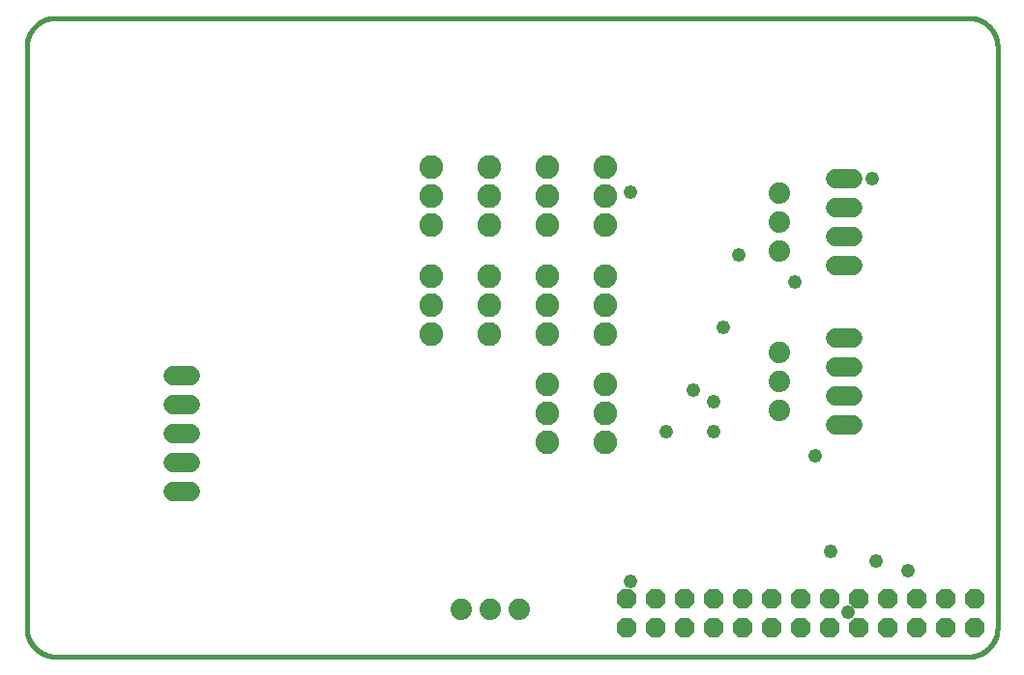
<source format=gbs>
G75*
%MOIN*%
%OFA0B0*%
%FSLAX25Y25*%
%IPPOS*%
%LPD*%
%AMOC8*
5,1,8,0,0,1.08239X$1,22.5*
%
%ADD10C,0.01600*%
%ADD11C,0.08200*%
%ADD12C,0.07400*%
%ADD13C,0.06800*%
%ADD14OC8,0.06800*%
%ADD15C,0.04800*%
D10*
X0016500Y0004000D02*
X0331146Y0004000D01*
X0331388Y0004003D01*
X0331629Y0004012D01*
X0331870Y0004026D01*
X0332111Y0004047D01*
X0332351Y0004073D01*
X0332591Y0004105D01*
X0332830Y0004143D01*
X0333067Y0004186D01*
X0333304Y0004236D01*
X0333539Y0004291D01*
X0333773Y0004351D01*
X0334005Y0004418D01*
X0334236Y0004489D01*
X0334465Y0004567D01*
X0334692Y0004650D01*
X0334917Y0004738D01*
X0335140Y0004832D01*
X0335360Y0004931D01*
X0335578Y0005036D01*
X0335793Y0005145D01*
X0336006Y0005260D01*
X0336216Y0005380D01*
X0336422Y0005505D01*
X0336626Y0005635D01*
X0336827Y0005770D01*
X0337024Y0005910D01*
X0337218Y0006054D01*
X0337408Y0006203D01*
X0337594Y0006357D01*
X0337777Y0006515D01*
X0337956Y0006677D01*
X0338131Y0006844D01*
X0338302Y0007015D01*
X0338469Y0007190D01*
X0338631Y0007369D01*
X0338789Y0007552D01*
X0338943Y0007738D01*
X0339092Y0007928D01*
X0339236Y0008122D01*
X0339376Y0008319D01*
X0339511Y0008520D01*
X0339641Y0008724D01*
X0339766Y0008930D01*
X0339886Y0009140D01*
X0340001Y0009353D01*
X0340110Y0009568D01*
X0340215Y0009786D01*
X0340314Y0010006D01*
X0340408Y0010229D01*
X0340496Y0010454D01*
X0340579Y0010681D01*
X0340657Y0010910D01*
X0340728Y0011141D01*
X0340795Y0011373D01*
X0340855Y0011607D01*
X0340910Y0011842D01*
X0340960Y0012079D01*
X0341003Y0012316D01*
X0341041Y0012555D01*
X0341073Y0012795D01*
X0341099Y0013035D01*
X0341120Y0013276D01*
X0341134Y0013517D01*
X0341143Y0013758D01*
X0341146Y0014000D01*
X0341146Y0214472D01*
X0341143Y0214714D01*
X0341134Y0214955D01*
X0341120Y0215196D01*
X0341099Y0215437D01*
X0341073Y0215677D01*
X0341041Y0215917D01*
X0341003Y0216156D01*
X0340960Y0216393D01*
X0340910Y0216630D01*
X0340855Y0216865D01*
X0340795Y0217099D01*
X0340728Y0217331D01*
X0340657Y0217562D01*
X0340579Y0217791D01*
X0340496Y0218018D01*
X0340408Y0218243D01*
X0340314Y0218466D01*
X0340215Y0218686D01*
X0340110Y0218904D01*
X0340001Y0219119D01*
X0339886Y0219332D01*
X0339766Y0219542D01*
X0339641Y0219748D01*
X0339511Y0219952D01*
X0339376Y0220153D01*
X0339236Y0220350D01*
X0339092Y0220544D01*
X0338943Y0220734D01*
X0338789Y0220920D01*
X0338631Y0221103D01*
X0338469Y0221282D01*
X0338302Y0221457D01*
X0338131Y0221628D01*
X0337956Y0221795D01*
X0337777Y0221957D01*
X0337594Y0222115D01*
X0337408Y0222269D01*
X0337218Y0222418D01*
X0337024Y0222562D01*
X0336827Y0222702D01*
X0336626Y0222837D01*
X0336422Y0222967D01*
X0336216Y0223092D01*
X0336006Y0223212D01*
X0335793Y0223327D01*
X0335578Y0223436D01*
X0335360Y0223541D01*
X0335140Y0223640D01*
X0334917Y0223734D01*
X0334692Y0223822D01*
X0334465Y0223905D01*
X0334236Y0223983D01*
X0334005Y0224054D01*
X0333773Y0224121D01*
X0333539Y0224181D01*
X0333304Y0224236D01*
X0333067Y0224286D01*
X0332830Y0224329D01*
X0332591Y0224367D01*
X0332351Y0224399D01*
X0332111Y0224425D01*
X0331870Y0224446D01*
X0331629Y0224460D01*
X0331388Y0224469D01*
X0331146Y0224472D01*
X0016500Y0224472D01*
X0016258Y0224469D01*
X0016017Y0224460D01*
X0015776Y0224446D01*
X0015535Y0224425D01*
X0015295Y0224399D01*
X0015055Y0224367D01*
X0014816Y0224329D01*
X0014579Y0224286D01*
X0014342Y0224236D01*
X0014107Y0224181D01*
X0013873Y0224121D01*
X0013641Y0224054D01*
X0013410Y0223983D01*
X0013181Y0223905D01*
X0012954Y0223822D01*
X0012729Y0223734D01*
X0012506Y0223640D01*
X0012286Y0223541D01*
X0012068Y0223436D01*
X0011853Y0223327D01*
X0011640Y0223212D01*
X0011430Y0223092D01*
X0011224Y0222967D01*
X0011020Y0222837D01*
X0010819Y0222702D01*
X0010622Y0222562D01*
X0010428Y0222418D01*
X0010238Y0222269D01*
X0010052Y0222115D01*
X0009869Y0221957D01*
X0009690Y0221795D01*
X0009515Y0221628D01*
X0009344Y0221457D01*
X0009177Y0221282D01*
X0009015Y0221103D01*
X0008857Y0220920D01*
X0008703Y0220734D01*
X0008554Y0220544D01*
X0008410Y0220350D01*
X0008270Y0220153D01*
X0008135Y0219952D01*
X0008005Y0219748D01*
X0007880Y0219542D01*
X0007760Y0219332D01*
X0007645Y0219119D01*
X0007536Y0218904D01*
X0007431Y0218686D01*
X0007332Y0218466D01*
X0007238Y0218243D01*
X0007150Y0218018D01*
X0007067Y0217791D01*
X0006989Y0217562D01*
X0006918Y0217331D01*
X0006851Y0217099D01*
X0006791Y0216865D01*
X0006736Y0216630D01*
X0006686Y0216393D01*
X0006643Y0216156D01*
X0006605Y0215917D01*
X0006573Y0215677D01*
X0006547Y0215437D01*
X0006526Y0215196D01*
X0006512Y0214955D01*
X0006503Y0214714D01*
X0006500Y0214472D01*
X0006500Y0014000D01*
X0006503Y0013758D01*
X0006512Y0013517D01*
X0006526Y0013276D01*
X0006547Y0013035D01*
X0006573Y0012795D01*
X0006605Y0012555D01*
X0006643Y0012316D01*
X0006686Y0012079D01*
X0006736Y0011842D01*
X0006791Y0011607D01*
X0006851Y0011373D01*
X0006918Y0011141D01*
X0006989Y0010910D01*
X0007067Y0010681D01*
X0007150Y0010454D01*
X0007238Y0010229D01*
X0007332Y0010006D01*
X0007431Y0009786D01*
X0007536Y0009568D01*
X0007645Y0009353D01*
X0007760Y0009140D01*
X0007880Y0008930D01*
X0008005Y0008724D01*
X0008135Y0008520D01*
X0008270Y0008319D01*
X0008410Y0008122D01*
X0008554Y0007928D01*
X0008703Y0007738D01*
X0008857Y0007552D01*
X0009015Y0007369D01*
X0009177Y0007190D01*
X0009344Y0007015D01*
X0009515Y0006844D01*
X0009690Y0006677D01*
X0009869Y0006515D01*
X0010052Y0006357D01*
X0010238Y0006203D01*
X0010428Y0006054D01*
X0010622Y0005910D01*
X0010819Y0005770D01*
X0011020Y0005635D01*
X0011224Y0005505D01*
X0011430Y0005380D01*
X0011640Y0005260D01*
X0011853Y0005145D01*
X0012068Y0005036D01*
X0012286Y0004931D01*
X0012506Y0004832D01*
X0012729Y0004738D01*
X0012954Y0004650D01*
X0013181Y0004567D01*
X0013410Y0004489D01*
X0013641Y0004418D01*
X0013873Y0004351D01*
X0014107Y0004291D01*
X0014342Y0004236D01*
X0014579Y0004186D01*
X0014816Y0004143D01*
X0015055Y0004105D01*
X0015295Y0004073D01*
X0015535Y0004047D01*
X0015776Y0004026D01*
X0016017Y0004012D01*
X0016258Y0004003D01*
X0016500Y0004000D01*
D11*
X0145870Y0115437D03*
X0145870Y0125437D03*
X0145870Y0135437D03*
X0165870Y0135437D03*
X0165870Y0125437D03*
X0165870Y0115437D03*
X0185870Y0115437D03*
X0185870Y0125437D03*
X0185870Y0135437D03*
X0205870Y0135437D03*
X0205870Y0125437D03*
X0205870Y0115437D03*
X0205870Y0097937D03*
X0205870Y0087937D03*
X0205870Y0077937D03*
X0185870Y0077937D03*
X0185870Y0087937D03*
X0185870Y0097937D03*
X0185870Y0152937D03*
X0185870Y0162937D03*
X0185870Y0172937D03*
X0165870Y0172937D03*
X0165870Y0162937D03*
X0165870Y0152937D03*
X0145870Y0152937D03*
X0145870Y0162937D03*
X0145870Y0172937D03*
X0205870Y0172937D03*
X0205870Y0162937D03*
X0205870Y0152937D03*
D12*
X0265929Y0154059D03*
X0265929Y0144059D03*
X0265929Y0164059D03*
X0265929Y0109059D03*
X0265929Y0099059D03*
X0265929Y0089059D03*
X0176185Y0020378D03*
X0166185Y0020378D03*
X0156185Y0020378D03*
D13*
X0063122Y0061126D02*
X0057122Y0061126D01*
X0057122Y0071126D02*
X0063122Y0071126D01*
X0063122Y0081126D02*
X0057122Y0081126D01*
X0057122Y0091126D02*
X0063122Y0091126D01*
X0063122Y0101126D02*
X0057122Y0101126D01*
X0285429Y0104059D02*
X0291429Y0104059D01*
X0291429Y0114059D02*
X0285429Y0114059D01*
X0285429Y0094059D02*
X0291429Y0094059D01*
X0291429Y0084059D02*
X0285429Y0084059D01*
X0285429Y0139059D02*
X0291429Y0139059D01*
X0291429Y0149059D02*
X0285429Y0149059D01*
X0285429Y0159059D02*
X0291429Y0159059D01*
X0291429Y0169059D02*
X0285429Y0169059D01*
D14*
X0283429Y0024000D03*
X0293429Y0024000D03*
X0303429Y0024000D03*
X0313429Y0024000D03*
X0323429Y0024000D03*
X0333429Y0024000D03*
X0333429Y0014000D03*
X0323429Y0014000D03*
X0313429Y0014000D03*
X0303429Y0014000D03*
X0293429Y0014000D03*
X0283429Y0014000D03*
X0273429Y0014000D03*
X0263429Y0014000D03*
X0253429Y0014000D03*
X0243429Y0014000D03*
X0233429Y0014000D03*
X0223429Y0014000D03*
X0213429Y0014000D03*
X0213429Y0024000D03*
X0223429Y0024000D03*
X0233429Y0024000D03*
X0243429Y0024000D03*
X0253429Y0024000D03*
X0263429Y0024000D03*
X0273429Y0024000D03*
D15*
X0289472Y0019256D03*
X0310142Y0033528D03*
X0299315Y0036972D03*
X0283567Y0040417D03*
X0278154Y0073390D03*
X0243213Y0081756D03*
X0243213Y0092091D03*
X0236323Y0096028D03*
X0226972Y0081756D03*
X0246657Y0117681D03*
X0271264Y0133429D03*
X0252071Y0142780D03*
X0214669Y0164433D03*
X0297839Y0168862D03*
X0214669Y0030083D03*
M02*

</source>
